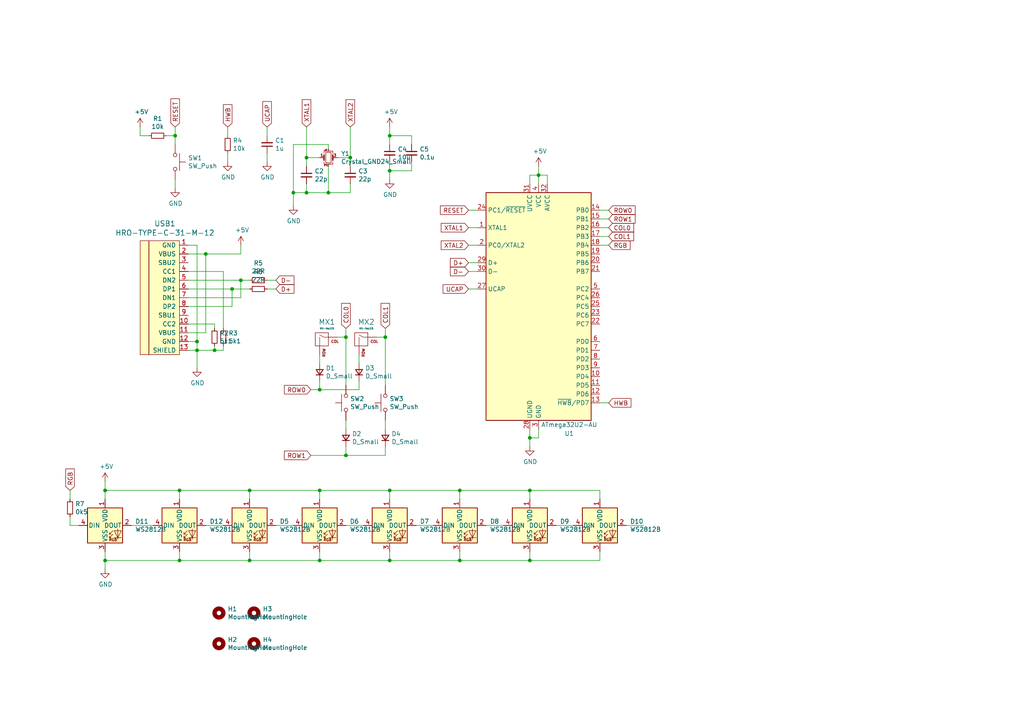
<source format=kicad_sch>
(kicad_sch (version 20211123) (generator eeschema)
  (paper "A4")
  (lib_symbols
    (symbol "Device:C_Small" (pin_numbers hide) (pin_names (offset 0.254) hide)
      (property "Reference" "C" (at 0.254 1.778 0))
      (property "Value" "C_Small" (at 0.254 -2.032 0))
      (symbol "C_Small_0_1"
        (polyline (pts (xy -1.524 -0.508) (xy 1.524 -0.508)) (stroke (width 0.3302)))
        (polyline (pts (xy -1.524 0.508) (xy 1.524 0.508)) (stroke (width 0.3048)))
      )
      (symbol "C_Small_1_1"
        (pin passive line (at 0 2.54 270) (length 2.032) (name "~") (number "1"))
        (pin passive line (at 0 -2.54 90) (length 2.032) (name "~") (number "2"))
      )
    )
    (symbol "Device:Crystal_GND24_Small" (pin_names (offset 1.016) hide)
      (property "Reference" "Y" (at 1.27 4.445 0))
      (property "Value" "Crystal_GND24_Small" (at 1.27 2.54 0))
      (symbol "Crystal_GND24_Small_0_1"
        (rectangle (start -0.762 -1.524) (end 0.762 1.524))
        (polyline (pts (xy -1.27 -0.762) (xy -1.27 0.762)) (stroke (width 0.381)))
        (polyline (pts (xy 1.27 -0.762) (xy 1.27 0.762)) (stroke (width 0.381)))
        (polyline (pts (xy -1.27 -1.27) (xy -1.27 -1.905) (xy 1.27 -1.905) (xy 1.27 -1.27)))
        (polyline (pts (xy -1.27 1.27) (xy -1.27 1.905) (xy 1.27 1.905) (xy 1.27 1.27)))
      )
      (symbol "Crystal_GND24_Small_1_1"
        (pin passive line (at -2.54 0 0) (length 1.27) (name "1") (number "1"))
        (pin passive line (at 0 -2.54 90) (length 0.635) (name "2") (number "2"))
        (pin passive line (at 2.54 0 180) (length 1.27) (name "3") (number "3"))
        (pin passive line (at 0 2.54 270) (length 0.635) (name "4") (number "4"))
      )
    )
    (symbol "Device:D_Small" (pin_numbers hide) (pin_names (offset 0.254) hide)
      (property "Reference" "D" (at -1.27 2.032 0))
      (property "Value" "D_Small" (at -3.81 -2.032 0))
      (symbol "D_Small_0_1"
        (polyline (pts (xy -0.762 -1.016) (xy -0.762 1.016)) (stroke (width 0.254)))
        (polyline (pts (xy -0.762 0) (xy 0.762 0)))
        (polyline (pts (xy 0.762 -1.016) (xy -0.762 0) (xy 0.762 1.016) (xy 0.762 -1.016)) (stroke (width 0.254)))
      )
      (symbol "D_Small_1_1"
        (pin passive line (at -2.54 0 0) (length 1.778) (name "K") (number "1"))
        (pin passive line (at 2.54 0 180) (length 1.778) (name "A") (number "2"))
      )
    )
    (symbol "Device:R_Small" (pin_numbers hide) (pin_names (offset 0.254) hide)
      (property "Reference" "R" (at 0.762 0.508 0))
      (property "Value" "R_Small" (at 0.762 -1.016 0))
      (symbol "R_Small_0_1"
        (rectangle (start -0.762 1.778) (end 0.762 -1.778) (stroke (width 0.2032)))
      )
      (symbol "R_Small_1_1"
        (pin passive line (at 0 2.54 270) (length 0.762) (name "~") (number "1"))
        (pin passive line (at 0 -2.54 90) (length 0.762) (name "~") (number "2"))
      )
    )
    (symbol "LED:WS2812B" (pin_names (offset 0.254))
      (property "Reference" "D" (at 5.08 5.715 0))
      (property "Value" "WS2812B" (at 1.27 -5.715 0))
      (symbol "WS2812B_0_0"
        (text "RGB" (at 2.286 -4.191 0) (effects (font (size 0.762 0.762))))
      )
      (symbol "WS2812B_0_1"
        (polyline (pts (xy 1.27 -3.556) (xy 1.778 -3.556)))
        (polyline (pts (xy 1.27 -2.54) (xy 1.778 -2.54)))
        (polyline (pts (xy 4.699 -3.556) (xy 2.667 -3.556)))
        (polyline (pts (xy 2.286 -2.54) (xy 1.27 -3.556) (xy 1.27 -3.048)))
        (polyline (pts (xy 2.286 -1.524) (xy 1.27 -2.54) (xy 1.27 -2.032)))
        (polyline (pts (xy 3.683 -1.016) (xy 3.683 -3.556) (xy 3.683 -4.064)))
        (polyline (pts (xy 4.699 -1.524) (xy 2.667 -1.524) (xy 3.683 -3.556) (xy 4.699 -1.524)))
        (rectangle (start 5.08 5.08) (end -5.08 -5.08) (stroke (width 0.254)) (fill (type background)))
      )
      (symbol "WS2812B_1_1"
        (pin power_in line (at 0 7.62 270) (length 2.54) (name "VDD") (number "1"))
        (pin output line (at 7.62 0 180) (length 2.54) (name "DOUT") (number "2"))
        (pin power_in line (at 0 -7.62 90) (length 2.54) (name "VSS") (number "3"))
        (pin input line (at -7.62 0 0) (length 2.54) (name "DIN") (number "4"))
      )
    )
    (symbol "MCU_Microchip_ATmega:ATmega32U2-AU"
      (property "Reference" "U" (at -15.24 34.29 0))
      (property "Value" "MCU_Microchip_ATmega_ATmega32U2-AU" (at 2.54 -34.29 0))
      (symbol "ATmega32U2-AU_0_1"
        (rectangle (start -15.24 -33.02) (end 15.24 33.02) (stroke (width 0.254)) (fill (type background)))
      )
      (symbol "ATmega32U2-AU_1_1"
        (pin input line (at -17.78 22.86 0) (length 2.54) (name "XTAL1") (number "1"))
        (pin bidirectional line (at 17.78 -20.32 180) (length 2.54) (name "PD4") (number "10"))
        (pin bidirectional line (at 17.78 -22.86 180) (length 2.54) (name "PD5") (number "11"))
        (pin bidirectional line (at 17.78 -25.4 180) (length 2.54) (name "PD6") (number "12"))
        (pin bidirectional line (at 17.78 -27.94 180) (length 2.54) (name "~{HWB}/PD7") (number "13"))
        (pin bidirectional line (at 17.78 27.94 180) (length 2.54) (name "PB0") (number "14"))
        (pin bidirectional line (at 17.78 25.4 180) (length 2.54) (name "PB1") (number "15"))
        (pin bidirectional line (at 17.78 22.86 180) (length 2.54) (name "PB2") (number "16"))
        (pin bidirectional line (at 17.78 20.32 180) (length 2.54) (name "PB3") (number "17"))
        (pin bidirectional line (at 17.78 17.78 180) (length 2.54) (name "PB4") (number "18"))
        (pin bidirectional line (at 17.78 15.24 180) (length 2.54) (name "PB5") (number "19"))
        (pin bidirectional line (at -17.78 17.78 0) (length 2.54) (name "PC0/XTAL2") (number "2"))
        (pin bidirectional line (at 17.78 12.7 180) (length 2.54) (name "PB6") (number "20"))
        (pin bidirectional line (at 17.78 10.16 180) (length 2.54) (name "PB7") (number "21"))
        (pin bidirectional line (at 17.78 -5.08 180) (length 2.54) (name "PC7") (number "22"))
        (pin bidirectional line (at 17.78 -2.54 180) (length 2.54) (name "PC6") (number "23"))
        (pin bidirectional line (at -17.78 27.94 0) (length 2.54) (name "PC1/~{RESET}") (number "24"))
        (pin bidirectional line (at 17.78 0 180) (length 2.54) (name "PC5") (number "25"))
        (pin bidirectional line (at 17.78 2.54 180) (length 2.54) (name "PC4") (number "26"))
        (pin passive line (at -17.78 5.08 0) (length 2.54) (name "UCAP") (number "27"))
        (pin power_in line (at -2.54 -35.56 90) (length 2.54) (name "UGND") (number "28"))
        (pin bidirectional line (at -17.78 12.7 0) (length 2.54) (name "D+") (number "29"))
        (pin power_in line (at 0 -35.56 90) (length 2.54) (name "GND") (number "3"))
        (pin bidirectional line (at -17.78 10.16 0) (length 2.54) (name "D-") (number "30"))
        (pin power_in line (at -2.54 35.56 270) (length 2.54) (name "UVCC") (number "31"))
        (pin power_in line (at 2.54 35.56 270) (length 2.54) (name "AVCC") (number "32"))
        (pin power_in line (at 0 35.56 270) (length 2.54) (name "VCC") (number "4"))
        (pin bidirectional line (at 17.78 5.08 180) (length 2.54) (name "PC2") (number "5"))
        (pin bidirectional line (at 17.78 -10.16 180) (length 2.54) (name "PD0") (number "6"))
        (pin bidirectional line (at 17.78 -12.7 180) (length 2.54) (name "PD1") (number "7"))
        (pin bidirectional line (at 17.78 -15.24 180) (length 2.54) (name "PD2") (number "8"))
        (pin bidirectional line (at 17.78 -17.78 180) (length 2.54) (name "PD3") (number "9"))
      )
    )
    (symbol "MX_Alps_Hybrid:MX-NoLED" (pin_names (offset 1.016))
      (property "Reference" "MX" (at -0.635 3.81 0))
      (property "Value" "MX_Alps_Hybrid_MX-NoLED" (at -0.635 1.27 0))
      (symbol "MX-NoLED_0_0"
        (rectangle (start -2.54 2.54) (end 1.27 -1.27))
        (polyline (pts (xy -1.27 -1.27) (xy -1.27 1.27)) (stroke (width 0.127)))
        (polyline (pts (xy 1.27 1.27) (xy 0 1.27) (xy -1.27 1.905)) (stroke (width 0.127)))
        (text "COL" (at 3.175 0 0) (effects (font (size 0.762 0.762))))
        (text "ROW" (at 0 -1.905 900) (effects (font (size 0.762 0.762)) (justify right)))
      )
      (symbol "MX-NoLED_1_1"
        (pin passive line (at 3.81 1.27 180) (length 2.54) (name "COL") (number "1"))
        (pin passive line (at -1.27 -3.81 90) (length 2.54) (name "ROW") (number "2"))
      )
    )
    (symbol "Mechanical:MountingHole" (pin_names (offset 1.016))
      (property "Reference" "H" (at 0 5.08 0))
      (property "Value" "MountingHole" (at 0 3.175 0))
      (symbol "MountingHole_0_1"
        (circle (center 0 0) (radius 1.27) (stroke (width 1.27)))
      )
    )
    (symbol "Switch:SW_Push" (pin_numbers hide) (pin_names (offset 1.016) hide)
      (property "Reference" "SW" (at 1.27 2.54 0))
      (property "Value" "SW_Push" (at 0 -1.524 0))
      (symbol "SW_Push_0_1"
        (circle (center -2.032 0) (radius 0.508))
        (polyline (pts (xy 0 1.27) (xy 0 3.048)))
        (polyline (pts (xy 2.54 1.27) (xy -2.54 1.27)))
        (circle (center 2.032 0) (radius 0.508))
        (pin passive line (at -5.08 0 0) (length 2.54) (name "1") (number "1"))
        (pin passive line (at 5.08 0 180) (length 2.54) (name "2") (number "2"))
      )
    )
    (symbol "Type-C:HRO-TYPE-C-31-M-12" (pin_names (offset 1.016))
      (property "Reference" "USB" (at -5.08 16.51 0))
      (property "Value" "Type-C_HRO-TYPE-C-31-M-12" (at -10.16 -1.27 90))
      (symbol "HRO-TYPE-C-31-M-12_0_1"
        (rectangle (start -11.43 15.24) (end -8.89 -17.78) (fill (type background)))
        (rectangle (start 0 -17.78) (end -8.89 15.24) (fill (type background)))
      )
      (symbol "HRO-TYPE-C-31-M-12_1_1"
        (pin input line (at 2.54 13.97 180) (length 2.54) (name "GND") (number "1"))
        (pin input line (at 2.54 -8.89 180) (length 2.54) (name "CC2") (number "10"))
        (pin input line (at 2.54 -11.43 180) (length 2.54) (name "VBUS") (number "11"))
        (pin input line (at 2.54 -13.97 180) (length 2.54) (name "GND") (number "12"))
        (pin input line (at 2.54 -16.51 180) (length 2.54) (name "SHIELD") (number "13"))
        (pin input line (at 2.54 11.43 180) (length 2.54) (name "VBUS") (number "2"))
        (pin input line (at 2.54 8.89 180) (length 2.54) (name "SBU2") (number "3"))
        (pin input line (at 2.54 6.35 180) (length 2.54) (name "CC1") (number "4"))
        (pin input line (at 2.54 3.81 180) (length 2.54) (name "DN2") (number "5"))
        (pin input line (at 2.54 1.27 180) (length 2.54) (name "DP1") (number "6"))
        (pin input line (at 2.54 -1.27 180) (length 2.54) (name "DN1") (number "7"))
        (pin input line (at 2.54 -3.81 180) (length 2.54) (name "DP2") (number "8"))
        (pin input line (at 2.54 -6.35 180) (length 2.54) (name "SBU1") (number "9"))
      )
    )
    (symbol "power:+5V" (power) (pin_names (offset 0))
      (property "Value" "+5V" (at 0 3.556 0))
      (symbol "+5V_0_1"
        (polyline (pts (xy -0.762 1.27) (xy 0 2.54)))
        (polyline (pts (xy 0 0) (xy 0 2.54)))
        (polyline (pts (xy 0 2.54) (xy 0.762 1.27)))
      )
      (symbol "+5V_1_1"
        (pin power_in line (at 0 0 90) (length 0) hide (name "+5V") (number "1"))
      )
    )
    (symbol "power:GND" (power) (pin_names (offset 0))
      (property "Value" "GND" (at 0 -3.81 0))
      (symbol "GND_0_1"
        (polyline (pts (xy 0 0) (xy 0 -1.27) (xy 1.27 -1.27) (xy 0 -2.54) (xy -1.27 -1.27) (xy 0 -1.27)))
      )
      (symbol "GND_1_1"
        (pin power_in line (at 0 0 270) (length 0) hide (name "GND") (number "1"))
      )
    )
  )
  (junction (at 30.48 162.56))
  (junction (at 72.39 142.24))
  (junction (at 95.25 55.88))
  (junction (at 92.71 162.56))
  (junction (at 113.03 162.56))
  (junction (at 113.03 142.24))
  (junction (at 153.67 127))
  (junction (at 62.23 101.6))
  (junction (at 57.15 101.6))
  (junction (at 101.6 45.72))
  (junction (at 113.03 49.53))
  (junction (at 59.69 73.66))
  (junction (at 133.35 162.56))
  (junction (at 52.07 162.56))
  (junction (at 88.9 45.72))
  (junction (at 30.48 142.24))
  (junction (at 69.85 81.28))
  (junction (at 67.31 83.82))
  (junction (at 113.03 39.37))
  (junction (at 133.35 142.24))
  (junction (at 153.67 142.24))
  (junction (at 92.71 142.24))
  (junction (at 88.9 55.88))
  (junction (at 156.21 50.8))
  (junction (at 52.07 142.24))
  (junction (at 72.39 162.56))
  (junction (at 153.67 162.56))
  (junction (at 111.76 97.79))
  (junction (at 92.71 113.03))
  (junction (at 85.09 55.88))
  (junction (at 100.33 132.08))
  (junction (at 57.15 99.06))
  (junction (at 100.33 97.79))
  (junction (at 50.8 39.37))
  (wire (pts (xy 113.03 46.99) (xy 113.03 49.53)))
  (wire (pts (xy 30.48 162.56) (xy 30.48 165.1)))
  (wire (pts (xy 166.37 152.4) (xy 161.29 152.4)))
  (wire (pts (xy 62.23 93.98) (xy 62.23 95.25)))
  (wire (pts (xy 120.65 152.4) (xy 125.73 152.4)))
  (wire (pts (xy 156.21 127) (xy 156.21 124.46)))
  (wire (pts (xy 64.77 152.4) (xy 59.69 152.4)))
  (wire (pts (xy 48.26 39.37) (xy 50.8 39.37)))
  (wire (pts (xy 119.38 39.37) (xy 113.03 39.37)))
  (wire (pts (xy 69.85 73.66) (xy 69.85 71.12)))
  (wire (pts (xy 133.35 142.24) (xy 153.67 142.24)))
  (wire (pts (xy 173.99 142.24) (xy 153.67 142.24)))
  (wire (pts (xy 62.23 101.6) (xy 64.77 101.6)))
  (wire (pts (xy 104.14 102.87) (xy 104.14 105.41)))
  (wire (pts (xy 92.71 142.24) (xy 113.03 142.24)))
  (wire (pts (xy 176.53 116.84) (xy 173.99 116.84)))
  (wire (pts (xy 57.15 99.06) (xy 57.15 71.12)))
  (wire (pts (xy 54.61 83.82) (xy 67.31 83.82)))
  (wire (pts (xy 100.33 132.08) (xy 111.76 132.08)))
  (wire (pts (xy 69.85 86.36) (xy 69.85 81.28)))
  (wire (pts (xy 105.41 152.4) (xy 100.33 152.4)))
  (wire (pts (xy 133.35 160.02) (xy 133.35 162.56)))
  (wire (pts (xy 153.67 127) (xy 153.67 129.54)))
  (wire (pts (xy 176.53 66.04) (xy 173.99 66.04)))
  (wire (pts (xy 54.61 96.52) (xy 59.69 96.52)))
  (wire (pts (xy 72.39 162.56) (xy 52.07 162.56)))
  (wire (pts (xy 119.38 46.99) (xy 119.38 49.53)))
  (wire (pts (xy 62.23 100.33) (xy 62.23 101.6)))
  (wire (pts (xy 138.43 60.96) (xy 135.89 60.96)))
  (wire (pts (xy 95.25 55.88) (xy 88.9 55.88)))
  (wire (pts (xy 57.15 101.6) (xy 57.15 106.68)))
  (wire (pts (xy 69.85 81.28) (xy 72.39 81.28)))
  (wire (pts (xy 100.33 132.08) (xy 100.33 129.54)))
  (wire (pts (xy 111.76 121.92) (xy 111.76 124.46)))
  (wire (pts (xy 113.03 142.24) (xy 113.03 144.78)))
  (wire (pts (xy 138.43 66.04) (xy 135.89 66.04)))
  (wire (pts (xy 22.86 152.4) (xy 20.32 152.4)))
  (wire (pts (xy 173.99 162.56) (xy 173.99 160.02)))
  (wire (pts (xy 92.71 113.03) (xy 90.17 113.03)))
  (wire (pts (xy 30.48 144.78) (xy 30.48 142.24)))
  (wire (pts (xy 156.21 50.8) (xy 156.21 53.34)))
  (wire (pts (xy 133.35 142.24) (xy 133.35 144.78)))
  (wire (pts (xy 111.76 132.08) (xy 111.76 129.54)))
  (wire (pts (xy 77.47 36.83) (xy 77.47 39.37)))
  (wire (pts (xy 50.8 36.83) (xy 50.8 39.37)))
  (wire (pts (xy 119.38 41.91) (xy 119.38 39.37)))
  (wire (pts (xy 95.25 48.26) (xy 95.25 55.88)))
  (wire (pts (xy 95.25 43.18) (xy 95.25 41.91)))
  (wire (pts (xy 173.99 68.58) (xy 176.53 68.58)))
  (wire (pts (xy 113.03 39.37) (xy 113.03 41.91)))
  (wire (pts (xy 176.53 60.96) (xy 173.99 60.96)))
  (wire (pts (xy 97.79 97.79) (xy 100.33 97.79)))
  (wire (pts (xy 57.15 101.6) (xy 57.15 99.06)))
  (wire (pts (xy 43.18 39.37) (xy 40.64 39.37)))
  (wire (pts (xy 72.39 142.24) (xy 52.07 142.24)))
  (wire (pts (xy 153.67 124.46) (xy 153.67 127)))
  (wire (pts (xy 135.89 78.74) (xy 138.43 78.74)))
  (wire (pts (xy 88.9 53.34) (xy 88.9 55.88)))
  (wire (pts (xy 92.71 113.03) (xy 104.14 113.03)))
  (wire (pts (xy 88.9 45.72) (xy 92.71 45.72)))
  (wire (pts (xy 67.31 83.82) (xy 72.39 83.82)))
  (wire (pts (xy 92.71 162.56) (xy 92.71 160.02)))
  (wire (pts (xy 54.61 99.06) (xy 57.15 99.06)))
  (wire (pts (xy 101.6 45.72) (xy 101.6 48.26)))
  (wire (pts (xy 20.32 152.4) (xy 20.32 149.86)))
  (wire (pts (xy 113.03 49.53) (xy 113.03 52.07)))
  (wire (pts (xy 101.6 53.34) (xy 101.6 55.88)))
  (wire (pts (xy 77.47 44.45) (xy 77.47 46.99)))
  (wire (pts (xy 92.71 102.87) (xy 92.71 105.41)))
  (wire (pts (xy 77.47 81.28) (xy 80.01 81.28)))
  (wire (pts (xy 64.77 78.74) (xy 64.77 95.25)))
  (wire (pts (xy 138.43 76.2) (xy 135.89 76.2)))
  (wire (pts (xy 85.09 41.91) (xy 85.09 55.88)))
  (wire (pts (xy 90.17 132.08) (xy 100.33 132.08)))
  (wire (pts (xy 153.67 50.8) (xy 156.21 50.8)))
  (wire (pts (xy 153.67 127) (xy 156.21 127)))
  (wire (pts (xy 54.61 78.74) (xy 64.77 78.74)))
  (wire (pts (xy 30.48 139.7) (xy 30.48 142.24)))
  (wire (pts (xy 88.9 36.83) (xy 88.9 45.72)))
  (wire (pts (xy 72.39 160.02) (xy 72.39 162.56)))
  (wire (pts (xy 20.32 144.78) (xy 20.32 142.24)))
  (wire (pts (xy 59.69 73.66) (xy 54.61 73.66)))
  (wire (pts (xy 95.25 55.88) (xy 101.6 55.88)))
  (wire (pts (xy 54.61 81.28) (xy 69.85 81.28)))
  (wire (pts (xy 101.6 36.83) (xy 101.6 45.72)))
  (wire (pts (xy 72.39 142.24) (xy 92.71 142.24)))
  (wire (pts (xy 80.01 83.82) (xy 77.47 83.82)))
  (wire (pts (xy 111.76 95.25) (xy 111.76 97.79)))
  (wire (pts (xy 92.71 142.24) (xy 92.71 144.78)))
  (wire (pts (xy 62.23 101.6) (xy 57.15 101.6)))
  (wire (pts (xy 52.07 160.02) (xy 52.07 162.56)))
  (wire (pts (xy 88.9 45.72) (xy 88.9 48.26)))
  (wire (pts (xy 85.09 41.91) (xy 95.25 41.91)))
  (wire (pts (xy 133.35 162.56) (xy 113.03 162.56)))
  (wire (pts (xy 135.89 71.12) (xy 138.43 71.12)))
  (wire (pts (xy 72.39 162.56) (xy 92.71 162.56)))
  (wire (pts (xy 59.69 73.66) (xy 69.85 73.66)))
  (wire (pts (xy 113.03 142.24) (xy 133.35 142.24)))
  (wire (pts (xy 30.48 162.56) (xy 52.07 162.56)))
  (wire (pts (xy 57.15 71.12) (xy 54.61 71.12)))
  (wire (pts (xy 111.76 97.79) (xy 111.76 111.76)))
  (wire (pts (xy 140.97 152.4) (xy 146.05 152.4)))
  (wire (pts (xy 173.99 71.12) (xy 176.53 71.12)))
  (wire (pts (xy 153.67 53.34) (xy 153.67 50.8)))
  (wire (pts (xy 66.04 44.45) (xy 66.04 46.99)))
  (wire (pts (xy 50.8 52.07) (xy 50.8 54.61)))
  (wire (pts (xy 44.45 152.4) (xy 38.1 152.4)))
  (wire (pts (xy 40.64 39.37) (xy 40.64 36.83)))
  (wire (pts (xy 104.14 113.03) (xy 104.14 110.49)))
  (wire (pts (xy 52.07 142.24) (xy 52.07 144.78)))
  (wire (pts (xy 59.69 96.52) (xy 59.69 73.66)))
  (wire (pts (xy 92.71 110.49) (xy 92.71 113.03)))
  (wire (pts (xy 50.8 41.91) (xy 50.8 39.37)))
  (wire (pts (xy 30.48 160.02) (xy 30.48 162.56)))
  (wire (pts (xy 158.75 50.8) (xy 156.21 50.8)))
  (wire (pts (xy 100.33 97.79) (xy 100.33 111.76)))
  (wire (pts (xy 54.61 101.6) (xy 57.15 101.6)))
  (wire (pts (xy 173.99 63.5) (xy 176.53 63.5)))
  (wire (pts (xy 113.03 36.83) (xy 113.03 39.37)))
  (wire (pts (xy 153.67 162.56) (xy 133.35 162.56)))
  (wire (pts (xy 97.79 45.72) (xy 101.6 45.72)))
  (wire (pts (xy 156.21 48.26) (xy 156.21 50.8)))
  (wire (pts (xy 100.33 121.92) (xy 100.33 124.46)))
  (wire (pts (xy 100.33 95.25) (xy 100.33 97.79)))
  (wire (pts (xy 186.69 152.4) (xy 181.61 152.4)))
  (wire (pts (xy 54.61 88.9) (xy 67.31 88.9)))
  (wire (pts (xy 72.39 142.24) (xy 72.39 144.78)))
  (wire (pts (xy 66.04 36.83) (xy 66.04 39.37)))
  (wire (pts (xy 138.43 83.82) (xy 135.89 83.82)))
  (wire (pts (xy 153.67 142.24) (xy 153.67 144.78)))
  (wire (pts (xy 109.22 97.79) (xy 111.76 97.79)))
  (wire (pts (xy 158.75 53.34) (xy 158.75 50.8)))
  (wire (pts (xy 173.99 144.78) (xy 173.99 142.24)))
  (wire (pts (xy 62.23 93.98) (xy 54.61 93.98)))
  (wire (pts (xy 85.09 152.4) (xy 80.01 152.4)))
  (wire (pts (xy 67.31 88.9) (xy 67.31 83.82)))
  (wire (pts (xy 30.48 142.24) (xy 52.07 142.24)))
  (wire (pts (xy 153.67 160.02) (xy 153.67 162.56)))
  (wire (pts (xy 85.09 55.88) (xy 88.9 55.88)))
  (wire (pts (xy 113.03 160.02) (xy 113.03 162.56)))
  (wire (pts (xy 54.61 86.36) (xy 69.85 86.36)))
  (wire (pts (xy 119.38 49.53) (xy 113.03 49.53)))
  (wire (pts (xy 64.77 100.33) (xy 64.77 101.6)))
  (wire (pts (xy 85.09 55.88) (xy 85.09 59.69)))
  (wire (pts (xy 113.03 162.56) (xy 92.71 162.56)))
  (wire (pts (xy 153.67 162.56) (xy 173.99 162.56)))
  (global_label "ROW1" (shape input) (at 90.17 132.08 180) (property "Intersheet References" "${INTERSHEET_REFS}" (effects hide)))
  (global_label "XTAL1" (shape input) (at 88.9 36.83 90) (property "Intersheet References" "${INTERSHEET_REFS}" (effects hide)))
  (global_label "XTAL2" (shape input) (at 135.89 71.12 180) (property "Intersheet References" "${INTERSHEET_REFS}" (effects hide)))
  (global_label "COL0" (shape input) (at 100.33 95.25 90) (property "Intersheet References" "${INTERSHEET_REFS}" (effects hide)))
  (global_label "RESET" (shape input) (at 135.89 60.96 180) (property "Intersheet References" "${INTERSHEET_REFS}" (effects hide)))
  (global_label "ROW0" (shape input) (at 176.53 60.96 0) (property "Intersheet References" "${INTERSHEET_REFS}" (effects hide)))
  (global_label "COL1" (shape input) (at 176.53 68.58 0) (property "Intersheet References" "${INTERSHEET_REFS}" (effects hide)))
  (global_label "HWB" (shape input) (at 176.53 116.84 0) (property "Intersheet References" "${INTERSHEET_REFS}" (effects hide)))
  (global_label "D-" (shape input) (at 135.89 78.74 180) (property "Intersheet References" "${INTERSHEET_REFS}" (effects hide)))
  (global_label "ROW1" (shape input) (at 176.53 63.5 0) (property "Intersheet References" "${INTERSHEET_REFS}" (effects hide)))
  (global_label "D+" (shape input) (at 135.89 76.2 180) (property "Intersheet References" "${INTERSHEET_REFS}" (effects hide)))
  (global_label "RGB" (shape input) (at 176.53 71.12 0) (property "Intersheet References" "${INTERSHEET_REFS}" (effects hide)))
  (global_label "UCAP" (shape input) (at 77.47 36.83 90) (property "Intersheet References" "${INTERSHEET_REFS}" (effects hide)))
  (global_label "RGB" (shape input) (at 20.32 142.24 90) (property "Intersheet References" "${INTERSHEET_REFS}" (effects hide)))
  (global_label "XTAL1" (shape input) (at 135.89 66.04 180) (property "Intersheet References" "${INTERSHEET_REFS}" (effects hide)))
  (global_label "ROW0" (shape input) (at 90.17 113.03 180) (property "Intersheet References" "${INTERSHEET_REFS}" (effects hide)))
  (global_label "D+" (shape input) (at 80.01 83.82 0) (property "Intersheet References" "${INTERSHEET_REFS}" (effects hide)))
  (global_label "UCAP" (shape input) (at 135.89 83.82 180) (property "Intersheet References" "${INTERSHEET_REFS}" (effects hide)))
  (global_label "COL0" (shape input) (at 176.53 66.04 0) (property "Intersheet References" "${INTERSHEET_REFS}" (effects hide)))
  (global_label "XTAL2" (shape input) (at 101.6 36.83 90) (property "Intersheet References" "${INTERSHEET_REFS}" (effects hide)))
  (global_label "RESET" (shape input) (at 50.8 36.83 90) (property "Intersheet References" "${INTERSHEET_REFS}" (effects hide)))
  (global_label "COL1" (shape input) (at 111.76 95.25 90) (property "Intersheet References" "${INTERSHEET_REFS}" (effects hide)))
  (global_label "D-" (shape input) (at 80.01 81.28 0) (property "Intersheet References" "${INTERSHEET_REFS}" (effects hide)))
  (global_label "HWB" (shape input) (at 66.04 36.83 90) (property "Intersheet References" "${INTERSHEET_REFS}" (effects hide)))
  (symbol (lib_id "MCU_Microchip_ATmega:ATmega32U2-AU") (at 156.21 88.9 0) (unit 1)
    (property "Reference" "U1" (at 165.1 125.73 0))
    (property "Value" "ATmega32U2-AU" (at 165.1 123.19 0))
    (property "Footprint" "Package_QFP:TQFP-32_7x7mm_P0.8mm" (effects hide))
    (property "Datasheet" "http://ww1.microchip.com/downloads/en/DeviceDoc/doc7799.pdf" (effects hide))
  )
  (symbol (lib_id "power:+5V") (at 156.21 48.26 0) (unit 1)
    (property "Reference" "#PWR0101" (effects hide))
    (property "Value" "+5V" (at 156.591 43.8658 0))
  )
  (symbol (lib_id "Device:R_Small") (at 74.93 81.28 270) (unit 1)
    (property "Reference" "R5" (at 74.93 76.3016 90))
    (property "Value" "22R" (at 74.93 78.613 90))
    (property "Footprint" "Resistor_SMD:R_0805_2012Metric" (effects hide))
  )
  (symbol (lib_id "power:GND") (at 153.67 129.54 0) (unit 1)
    (property "Reference" "#PWR0102" (effects hide))
    (property "Value" "GND" (at 153.797 133.9342 0))
  )
  (symbol (lib_id "Device:R_Small") (at 74.93 83.82 270) (unit 1)
    (property "Reference" "R6" (at 74.93 78.8416 90))
    (property "Value" "22R" (at 74.93 81.153 90))
    (property "Footprint" "Resistor_SMD:R_0805_2012Metric" (effects hide))
  )
  (symbol (lib_id "Device:R_Small") (at 66.04 41.91 0) (unit 1)
    (property "Reference" "R4" (at 67.5386 40.7416 0) (effects (justify left)))
    (property "Value" "10k" (at 67.5386 43.053 0) (effects (justify left)))
    (property "Footprint" "Resistor_SMD:R_0805_2012Metric" (effects hide))
  )
  (symbol (lib_id "power:GND") (at 66.04 46.99 0) (unit 1)
    (property "Reference" "#PWR0103" (effects hide))
    (property "Value" "GND" (at 66.167 51.3842 0))
  )
  (symbol (lib_id "Device:C_Small") (at 101.6 50.8 0) (unit 1)
    (property "Reference" "C3" (at 103.9368 49.6316 0) (effects (justify left)))
    (property "Value" "22p" (at 103.9368 51.943 0) (effects (justify left)))
    (property "Footprint" "Capacitor_SMD:C_0805_2012Metric" (effects hide))
  )
  (symbol (lib_id "Device:C_Small") (at 88.9 50.8 0) (unit 1)
    (property "Reference" "C2" (at 91.2368 49.6316 0) (effects (justify left)))
    (property "Value" "22p" (at 91.2368 51.943 0) (effects (justify left)))
    (property "Footprint" "Capacitor_SMD:C_0805_2012Metric" (effects hide))
  )
  (symbol (lib_id "Device:C_Small") (at 77.47 41.91 180) (unit 1)
    (property "Reference" "C1" (at 79.8068 40.7416 0) (effects (justify right)))
    (property "Value" "1u" (at 79.8068 43.053 0) (effects (justify right)))
    (property "Footprint" "Capacitor_SMD:C_0805_2012Metric" (effects hide))
  )
  (symbol (lib_id "power:GND") (at 77.47 46.99 0) (unit 1)
    (property "Reference" "#PWR0104" (effects hide))
    (property "Value" "GND" (at 77.597 51.3842 0))
  )
  (symbol (lib_id "power:GND") (at 85.09 59.69 0) (unit 1)
    (property "Reference" "#PWR0105" (effects hide))
    (property "Value" "GND" (at 85.217 64.0842 0))
  )
  (symbol (lib_id "Switch:SW_Push") (at 50.8 46.99 270) (unit 1)
    (property "Reference" "SW1" (at 54.5592 45.8216 90) (effects (justify left)))
    (property "Value" "SW_Push" (at 54.5592 48.133 90) (effects (justify left)))
    (property "Footprint" "random_keyboard_parts:SKQG-1155865" (effects hide))
  )
  (symbol (lib_id "power:GND") (at 50.8 54.61 0) (unit 1)
    (property "Reference" "#PWR0106" (effects hide))
    (property "Value" "GND" (at 50.927 59.0042 0))
  )
  (symbol (lib_id "power:+5V") (at 113.03 36.83 0) (unit 1)
    (property "Reference" "#PWR0108" (effects hide))
    (property "Value" "+5V" (at 113.411 32.4358 0))
  )
  (symbol (lib_id "power:GND") (at 113.03 52.07 0) (unit 1)
    (property "Reference" "#PWR0107" (effects hide))
    (property "Value" "GND" (at 113.157 56.4642 0))
  )
  (symbol (lib_id "Device:C_Small") (at 113.03 44.45 0) (unit 1)
    (property "Reference" "C4" (at 115.3668 43.2816 0) (effects (justify left)))
    (property "Value" "10u" (at 115.3668 45.593 0) (effects (justify left)))
    (property "Footprint" "Capacitor_SMD:C_0805_2012Metric" (effects hide))
  )
  (symbol (lib_id "Device:C_Small") (at 119.38 44.45 0) (unit 1)
    (property "Reference" "C5" (at 121.7168 43.2816 0) (effects (justify left)))
    (property "Value" "0.1u" (at 121.7168 45.593 0) (effects (justify left)))
    (property "Footprint" "Capacitor_SMD:C_0805_2012Metric" (effects hide))
  )
  (symbol (lib_id "Device:Crystal_GND24_Small") (at 95.25 45.72 0) (unit 1)
    (property "Reference" "Y1" (at 98.9076 44.5516 0) (effects (justify left)))
    (property "Value" "Crystal_GND24_Small" (at 98.9076 46.863 0) (effects (justify left)))
    (property "Footprint" "Crystal:Crystal_SMD_3225-4Pin_3.2x2.5mm" (effects hide))
  )
  (symbol (lib_id "LED:WS2812B") (at 72.39 152.4 0) (unit 1)
    (property "Reference" "D5" (at 81.1276 151.2316 0) (effects (justify left)))
    (property "Value" "WS2812B" (at 81.1276 153.543 0) (effects (justify left)))
    (property "Footprint" "LED_SMD:LED_WS2812B_PLCC4_5.0x5.0mm_P3.2mm" (effects hide))
    (property "Datasheet" "https://cdn-shop.adafruit.com/datasheets/WS2812B.pdf" (effects hide))
  )
  (symbol (lib_id "LED:WS2812B") (at 92.71 152.4 0) (unit 1)
    (property "Reference" "D6" (at 101.4476 151.2316 0) (effects (justify left)))
    (property "Value" "WS2812B" (at 101.4476 153.543 0) (effects (justify left)))
    (property "Footprint" "LED_SMD:LED_WS2812B_PLCC4_5.0x5.0mm_P3.2mm" (effects hide))
    (property "Datasheet" "https://cdn-shop.adafruit.com/datasheets/WS2812B.pdf" (effects hide))
  )
  (symbol (lib_id "power:+5V") (at 30.48 139.7 0) (unit 1)
    (property "Reference" "#PWR0112" (effects hide))
    (property "Value" "+5V" (at 30.861 135.3058 0))
  )
  (symbol (lib_id "power:+5V") (at 40.64 36.83 0) (unit 1)
    (property "Reference" "#PWR0109" (effects hide))
    (property "Value" "+5V" (at 41.021 32.4358 0))
  )
  (symbol (lib_id "Device:R_Small") (at 45.72 39.37 270) (unit 1)
    (property "Reference" "R1" (at 45.72 34.3916 90))
    (property "Value" "10k" (at 45.72 36.703 90))
    (property "Footprint" "Resistor_SMD:R_0805_2012Metric" (effects hide))
  )
  (symbol (lib_id "Type-C:HRO-TYPE-C-31-M-12") (at 52.07 85.09 0) (unit 1)
    (property "Reference" "USB1" (at 47.8282 64.8462 0) (effects (font (size 1.524 1.524))))
    (property "Value" "HRO-TYPE-C-31-M-12" (at 47.8282 67.5386 0) (effects (font (size 1.524 1.524))))
    (property "Footprint" "Type_C:HRO-TYPE-C-31-M-12" (effects hide))
  )
  (symbol (lib_id "power:GND") (at 57.15 106.68 0) (unit 1)
    (property "Reference" "#PWR0110" (effects hide))
    (property "Value" "GND" (at 57.277 111.0742 0))
  )
  (symbol (lib_id "power:GND") (at 30.48 165.1 0) (unit 1)
    (property "Reference" "#PWR0113" (effects hide))
    (property "Value" "GND" (at 30.607 169.4942 0))
  )
  (symbol (lib_id "power:+5V") (at 69.85 71.12 0) (unit 1)
    (property "Reference" "#PWR0111" (effects hide))
    (property "Value" "+5V" (at 70.231 66.7258 0))
  )
  (symbol (lib_id "LED:WS2812B") (at 113.03 152.4 0) (unit 1)
    (property "Reference" "D7" (at 121.7676 151.2316 0) (effects (justify left)))
    (property "Value" "WS2812B" (at 121.7676 153.543 0) (effects (justify left)))
    (property "Footprint" "LED_SMD:LED_WS2812B_PLCC4_5.0x5.0mm_P3.2mm" (effects hide))
    (property "Datasheet" "https://cdn-shop.adafruit.com/datasheets/WS2812B.pdf" (effects hide))
  )
  (symbol (lib_id "LED:WS2812B") (at 133.35 152.4 0) (unit 1)
    (property "Reference" "D8" (at 142.0876 151.2316 0) (effects (justify left)))
    (property "Value" "WS2812B" (at 142.0876 153.543 0) (effects (justify left)))
    (property "Footprint" "LED_SMD:LED_WS2812B_PLCC4_5.0x5.0mm_P3.2mm" (effects hide))
    (property "Datasheet" "https://cdn-shop.adafruit.com/datasheets/WS2812B.pdf" (effects hide))
  )
  (symbol (lib_id "LED:WS2812B") (at 153.67 152.4 0) (unit 1)
    (property "Reference" "D9" (at 162.4076 151.2316 0) (effects (justify left)))
    (property "Value" "WS2812B" (at 162.4076 153.543 0) (effects (justify left)))
    (property "Footprint" "LED_SMD:LED_WS2812B_PLCC4_5.0x5.0mm_P3.2mm" (effects hide))
    (property "Datasheet" "https://cdn-shop.adafruit.com/datasheets/WS2812B.pdf" (effects hide))
  )
  (symbol (lib_id "Device:R_Small") (at 62.23 97.79 0) (unit 1)
    (property "Reference" "R2" (at 63.7286 96.6216 0) (effects (justify left)))
    (property "Value" "5k1" (at 63.7286 98.933 0) (effects (justify left)))
    (property "Footprint" "Resistor_SMD:R_0805_2012Metric" (effects hide))
  )
  (symbol (lib_id "Device:R_Small") (at 64.77 97.79 0) (unit 1)
    (property "Reference" "R3" (at 66.2686 96.6216 0) (effects (justify left)))
    (property "Value" "5k1" (at 66.2686 98.933 0) (effects (justify left)))
    (property "Footprint" "Resistor_SMD:R_0805_2012Metric" (effects hide))
  )
  (symbol (lib_id "LED:WS2812B") (at 30.48 152.4 0) (unit 1)
    (property "Reference" "D11" (at 39.2176 151.2316 0) (effects (justify left)))
    (property "Value" "WS2812B" (at 39.2176 153.543 0) (effects (justify left)))
    (property "Footprint" "LED_SMD:LED_WS2812B_PLCC4_5.0x5.0mm_P3.2mm" (effects hide))
    (property "Datasheet" "https://cdn-shop.adafruit.com/datasheets/WS2812B.pdf" (effects hide))
  )
  (symbol (lib_id "LED:WS2812B") (at 173.99 152.4 0) (unit 1)
    (property "Reference" "D10" (at 182.7276 151.2316 0) (effects (justify left)))
    (property "Value" "WS2812B" (at 182.7276 153.543 0) (effects (justify left)))
    (property "Footprint" "LED_SMD:LED_WS2812B_PLCC4_5.0x5.0mm_P3.2mm" (effects hide))
    (property "Datasheet" "https://cdn-shop.adafruit.com/datasheets/WS2812B.pdf" (effects hide))
  )
  (symbol (lib_id "MX_Alps_Hybrid:MX-NoLED") (at 93.98 99.06 0) (unit 1)
    (property "Reference" "MX1" (at 94.8182 93.3958 0) (effects (font (size 1.524 1.524))))
    (property "Value" "MX-NoLED" (at 94.8182 95.2754 0) (effects (font (size 0.508 0.508))))
    (property "Footprint" "MX_Only:MXOnly-1U-NoLED" (effects hide))
  )
  (symbol (lib_id "MX_Alps_Hybrid:MX-NoLED") (at 105.41 99.06 0) (unit 1)
    (property "Reference" "MX2" (at 106.2482 93.3958 0) (effects (font (size 1.524 1.524))))
    (property "Value" "MX-NoLED" (at 106.2482 95.2754 0) (effects (font (size 0.508 0.508))))
    (property "Footprint" "MX_Only:MXOnly-1U-NoLED" (effects hide))
  )
  (symbol (lib_id "Device:D_Small") (at 92.71 107.95 90) (unit 1)
    (property "Reference" "D1" (at 94.488 106.7816 90) (effects (justify right)))
    (property "Value" "D_Small" (at 94.488 109.093 90) (effects (justify right)))
    (property "Footprint" "Diode_SMD:D_0805_2012Metric" (effects hide))
  )
  (symbol (lib_id "Device:D_Small") (at 104.14 107.95 90) (unit 1)
    (property "Reference" "D3" (at 105.918 106.7816 90) (effects (justify right)))
    (property "Value" "D_Small" (at 105.918 109.093 90) (effects (justify right)))
    (property "Footprint" "Diode_SMD:D_0805_2012Metric" (effects hide))
  )
  (symbol (lib_id "Switch:SW_Push") (at 100.33 116.84 90) (unit 1)
    (property "Reference" "SW2" (at 101.5492 115.6716 90) (effects (justify right)))
    (property "Value" "SW_Push" (at 101.5492 117.983 90) (effects (justify right)))
    (property "Footprint" "random_keyboard_parts:SKQG-1155865" (effects hide))
  )
  (symbol (lib_id "Switch:SW_Push") (at 111.76 116.84 90) (unit 1)
    (property "Reference" "SW3" (at 112.9792 115.6716 90) (effects (justify right)))
    (property "Value" "SW_Push" (at 112.9792 117.983 90) (effects (justify right)))
    (property "Footprint" "random_keyboard_parts:SKQG-1155865" (effects hide))
  )
  (symbol (lib_id "Device:D_Small") (at 100.33 127 90) (unit 1)
    (property "Reference" "D2" (at 102.108 125.8316 90) (effects (justify right)))
    (property "Value" "D_Small" (at 102.108 128.143 90) (effects (justify right)))
    (property "Footprint" "Diode_SMD:D_0805_2012Metric" (effects hide))
  )
  (symbol (lib_id "Device:D_Small") (at 111.76 127 90) (unit 1)
    (property "Reference" "D4" (at 113.538 125.8316 90) (effects (justify right)))
    (property "Value" "D_Small" (at 113.538 128.143 90) (effects (justify right)))
    (property "Footprint" "Diode_SMD:D_0805_2012Metric" (effects hide))
  )
  (symbol (lib_id "LED:WS2812B") (at 52.07 152.4 0) (unit 1)
    (property "Reference" "D12" (at 60.8076 151.2316 0) (effects (justify left)))
    (property "Value" "WS2812B" (at 60.8076 153.543 0) (effects (justify left)))
    (property "Footprint" "LED_SMD:LED_WS2812B_PLCC4_5.0x5.0mm_P3.2mm" (effects hide))
    (property "Datasheet" "https://cdn-shop.adafruit.com/datasheets/WS2812B.pdf" (effects hide))
  )
  (symbol (lib_id "Device:R_Small") (at 20.32 147.32 0) (unit 1)
    (property "Reference" "R7" (at 21.8186 146.1516 0) (effects (justify left)))
    (property "Value" "0k5" (at 21.8186 148.463 0) (effects (justify left)))
    (property "Footprint" "Resistor_SMD:R_0805_2012Metric" (effects hide))
  )
  (symbol (lib_id "Mechanical:MountingHole") (at 63.5 177.8 0) (unit 1)
    (property "Reference" "H1" (at 66.04 176.6316 0) (effects (justify left)))
    (property "Value" "MountingHole" (at 66.04 178.943 0) (effects (justify left)))
    (property "Footprint" "MountingHole:MountingHole_2.7mm_M2.5_DIN965" (effects hide))
  )
  (symbol (lib_id "Mechanical:MountingHole") (at 63.5 186.69 0) (unit 1)
    (property "Reference" "H2" (at 66.04 185.5216 0) (effects (justify left)))
    (property "Value" "MountingHole" (at 66.04 187.833 0) (effects (justify left)))
    (property "Footprint" "MountingHole:MountingHole_2.7mm_M2.5_DIN965" (effects hide))
  )
  (symbol (lib_id "Mechanical:MountingHole") (at 73.66 177.8 0) (unit 1)
    (property "Reference" "H3" (at 76.2 176.6316 0) (effects (justify left)))
    (property "Value" "MountingHole" (at 76.2 178.943 0) (effects (justify left)))
    (property "Footprint" "MountingHole:MountingHole_2.7mm_M2.5_DIN965" (effects hide))
  )
  (symbol (lib_id "Mechanical:MountingHole") (at 73.66 186.69 0) (unit 1)
    (property "Reference" "H4" (at 76.2 185.5216 0) (effects (justify left)))
    (property "Value" "MountingHole" (at 76.2 187.833 0) (effects (justify left)))
    (property "Footprint" "MountingHole:MountingHole_2.7mm_M2.5_DIN965" (effects hide))
  )
)
</source>
